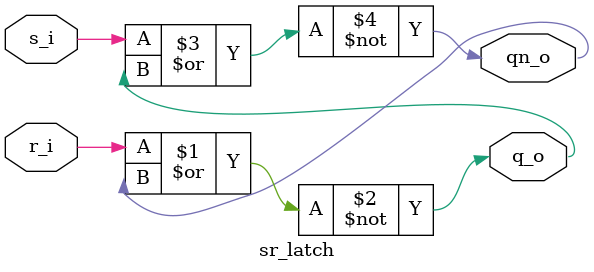
<source format=v>
module sr_latch (
	r_i, // reset
	s_i, // set 
	q_o,
	qn_o
);

input  wire		r_i;
input  wire 	s_i;
output wire		q_o;
output wire		qn_o;

assign q_o = ~ (r_i | qn_o);
assign qn_o = ~ (s_i | q_o);

endmodule
</source>
